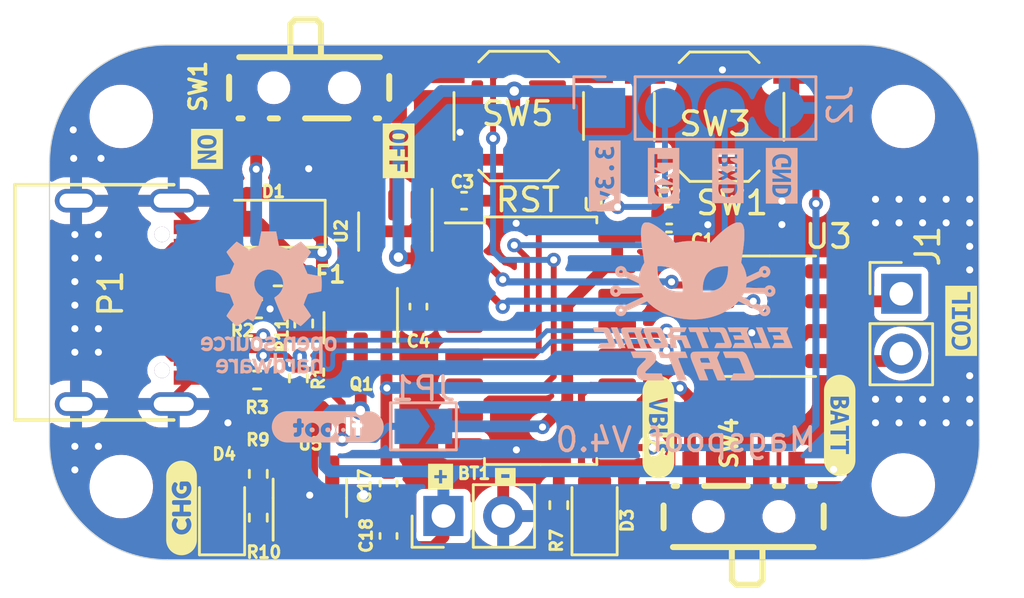
<source format=kicad_pcb>
(kicad_pcb (version 20221018) (generator pcbnew)
  (title_block (title "Magspoof V3") (date "2020-02-04") (rev "3.3v") (company "Electronic Cats") (comment 1 "Eduardo Contreras"))
  (layers (0 "F.Cu" signal) (31 "B.Cu" signal) (34 "B.Paste" user) (35 "F.Paste" user) (36 "B.SilkS" user "B.Silkscreen") (37 "F.SilkS" user "F.Silkscreen") (38 "B.Mask" user) (39 "F.Mask" user) (44 "Edge.Cuts" user))
  (net 0 "")
  (net 1 "+BATT")
  (net 2 "GND")
  (net 3 "+3V3")
  (net 4 "Net-(SW1-B)")
  (net 5 "VBUS")
  (net 6 "Net-(D1-K)")
  (net 7 "Net-(D3-K)")
  (net 8 "/LED")
  (net 9 "Net-(D4-A)")
  (net 10 "Net-(F1-Pad1)")
  (net 11 "/Out_A")
  (net 12 "/Out_B")
  (net 13 "Net-(JP1-A)")
  (net 14 "Net-(P1-CC)")
  (net 15 "/D-")
  (net 16 "/D+")
  (net 17 "Net-(P1-VCONN)")
  (net 18 "Net-(U5-PROG)")
  (net 19 "Net-(U5-STAT)")
  (net 20 "/RST")
  (net 21 "/SW1")
  (net 22 "Net-(SW4A-B)")
  (net 24 "/IN_B")
  (net 25 "/IN_A")
  (net 32 "/TXD")
  (net 33 "/RXD")
  (footprint "Diode_SMD:D_SOD-123F" (layer "F.Cu") (at 106.43 54.04 180)
    (fp_text reference "D1")
    (fp_text value "MBR120" hide)
  )
  (footprint "kibuzzard-64629FC5" (layer "F.Cu") (at 122.78 62.68 -90)
    (fp_text reference "kibuzzard-64629FC5" hide)
    (fp_text value "G***" hide)
  )
  (footprint "Connector_PinHeader_2.54mm:PinHeader_1x02_P2.54mm_Vertical" (layer "F.Cu") (at 133.096 57.015)
    (fp_text reference "J1")
    (fp_text value "Coil" hide)
  )
  (footprint "Package_SO:SOIC-8_3.9x4.9mm_P1.27mm" (layer "F.Cu") (at 127.508 57.97)
    (fp_text reference "U3")
    (fp_text value "TC4424")
  )
  (footprint "Resistor_SMD:R_0402_1005Metric" (layer "F.Cu") (at 107.72 58.28 -90)
    (fp_text reference "R11")
    (fp_text value "100K" hide)
  )
  (footprint "kibuzzard-6436EF98" (layer "F.Cu") (at 111.75 50.94 -90)
    (fp_text reference "kibuzzard-6436EF98" hide)
    (fp_text value "G***" hide)
  )
  (footprint "Connector_PinHeader_2.54mm:PinHeader_1x02_P2.54mm_Vertical" (layer "F.Cu") (at 113.65 66.46 90)
    (fp_text reference "BT1")
    (fp_text value "Battery_Cell" hide)
  )
  (footprint "Library:SW-SMD_SSSS811101" (layer "F.Cu") (at 126.4 66.0315)
    (fp_text reference "SW4")
    (fp_text value "SOURCE MAG" hide)
  )
  (footprint "LED_SMD:LED_0805_2012Metric_Pad1.15x1.40mm_HandSolder" (layer "F.Cu") (at 104.25 66.25 90)
    (fp_text reference "D4")
    (fp_text value "CHG" hide)
  )
  (footprint "Capacitor_SMD:C_0402_1005Metric" (layer "F.Cu") (at 114.53 53.06)
    (fp_text reference "C3")
    (fp_text value "10uF" hide)
  )
  (footprint "Button_Switch_SMD:SW_SPST_TL3342" (layer "F.Cu") (at 125.36 49.49)
    (fp_text reference "SW3")
    (fp_text value "S1")
  )
  (footprint "Package_SO:SOP-16_4.55x10.3mm_P1.27mm" (layer "F.Cu") (at 117.78 59.01)
    (fp_text reference "U1")
    (fp_text value "CH552G")
  )
  (footprint "Capacitor_SMD:C_0402_1005Metric" (layer "F.Cu") (at 111.32 67.31 90)
    (fp_text reference "C18")
    (fp_text value "10uF" hide)
  )
  (footprint "kibuzzard-6435F3C4" (layer "F.Cu") (at 135.636 58.166 90)
    (fp_text reference "kibuzzard-6435F3C4" hide)
    (fp_text value "G***" hide)
  )
  (footprint "Capacitor_SMD:C_0402_1005Metric" (layer "F.Cu") (at 112.59 57.56 -90)
    (fp_text reference "C4")
    (fp_text value "10uF" hide)
  )
  (footprint "Resistor_SMD:R_0402_1005Metric" (layer "F.Cu") (at 105.78 57.66 180)
    (fp_text reference "R2")
    (fp_text value "5.1k" hide)
  )
  (footprint "MountingHole:MountingHole_2.2mm_M2" (layer "F.Cu") (at 133.18 49.48)
    (fp_text reference "H2")
    (fp_text value "MountingHole")
  )
  (footprint "Button_Switch_SMD:SW_SPST_TL3342" (layer "F.Cu") (at 116.85 49.46)
    (fp_text reference "SW5")
    (fp_text value "RESET")
  )
  (footprint "Resistor_SMD:R_0402_1005Metric" (layer "F.Cu") (at 105.74 60.68 180)
    (fp_text reference "R3")
    (fp_text value "5.1k" hide)
  )
  (footprint "Resistor_SMD:R_0402_1005Metric" (layer "F.Cu") (at 118.55 66 90)
    (fp_text reference "R7")
    (fp_text value "180R" hide)
  )
  (footprint "kibuzzard-6436EF9F" (layer "F.Cu") (at 103.61 50.86 -90)
    (fp_text reference "kibuzzard-6436EF9F" hide)
    (fp_text value "G***" hide)
  )
  (footprint "kibuzzard-64665C6A" (layer "F.Cu") (at 102.53 66.12 90)
    (fp_text reference "kibuzzard-64665C6A" hide)
    (fp_text value "G***" hide)
  )
  (footprint "Package_TO_SOT_SMD:SOT-23-5" (layer "F.Cu") (at 107.98 65.69 90)
    (fp_text reference "U5")
    (fp_text value "MCP73831" hide)
  )
  (footprint "kibuzzard-64629FDC" (layer "F.Cu") (at 130.48 62.61 -90)
    (fp_text reference "kibuzzard-64629FDC" hide)
    (fp_text value "G***" hide)
  )
  (footprint "Resistor_SMD:R_0402_1005Metric" (layer "F.Cu") (at 105.79 64.67 90)
    (fp_text reference "R9")
    (fp_text value "5.1k" hide)
  )
  (footprint "kibuzzard-6436EA46" (layer "F.Cu") (at 116.28 64.76)
    (fp_text reference "kibuzzard-6436EA46" hide)
    (fp_text value "G***" hide)
  )
  (footprint "MountingHole:MountingHole_2.2mm_M2" (layer "F.Cu") (at 99.97 49.48)
    (fp_text reference "H1")
    (fp_text value "MountingHole")
  )
  (footprint "Capacitor_SMD:C_0402_1005Metric" (layer "F.Cu") (at 123.24 53.69)
    (fp_text reference "C2")
    (fp_text value "0.1uF")
  )
  (footprint "Package_TO_SOT_SMD:SOT-23-5" (layer "F.Cu") (at 111.61 54.3725 -90)
    (fp_text reference "U2")
    (fp_text value "AP2112K-3.3" hide)
  )
  (footprint "Connectors:C393939" (layer "F.Cu") (at 102.2 57.38 -90)
    (fp_text reference "P1")
    (fp_text value "USB_C_Plug_USB2.0" hide)
  )
  (footprint "Resistor_SMD:R_0402_1005Metric" (layer "F.Cu") (at 105.79 66.53 90)
    (fp_text reference "R10")
    (fp_text value "470" hide)
  )
  (footprint "Fuse:Fuse_0603_1608Metric" (layer "F.Cu") (at 106.62 56.17)
    (fp_text reference "F1")
    (fp_text value "0.5A")
  )
  (footprint "Capacitor_SMD:C_0402_1005Metric" (layer "F.Cu") (at 111.32 65.08 -90)
    (fp_text reference "C17")
    (fp_text value "10uF" hide)
  )
  (footprint "Capacitor_SMD:C_0402_1005Metric" (layer "F.Cu") (at 123.23 54.75)
    (fp_text reference "C1")
    (fp_text value "0.1uF" hide)
  )
  (footprint "Resistor_SMD:R_0402_1005Metric" (layer "F.Cu") (at 107.49 60.61 90)
    (fp_text reference "R1")
    (fp_text value "20K" hide)
  )
  (footprint "MountingHole:MountingHole_2.2mm_M2" (layer "F.Cu") (at 99.97 65.21)
    (fp_text reference "H3")
    (fp_text value "MountingHole")
  )
  (footprint "Library:SW-SMD_SSSS811101" (layer "F.Cu") (at 107.95 48.71 180)
    (fp_text reference "SW1")
    (fp_text value "ON" hide)
  )
  (footprint "kibuzzard-6436EA37" (layer "F.Cu") (at 113.53 64.79)
    (fp_text reference "kibuzzard-6436EA37" hide)
    (fp_text value "G***" hide)
  )
  (footprint "Package_TO_SOT_SMD:SOT-23" (layer "F.Cu") (at 110.14 58.46 -90)
    (fp_text reference "Q1")
    (fp_text value "DMG3415U-7" hide)
  )
  (footprint "LED_SMD:LED_0805_2012Metric_Pad1.15x1.40mm_HandSolder" (layer "F.Cu") (at 120.07 66.25 90)
    (fp_text reference "D3")
    (fp_text value "Status" hide)
  )
  (footprint "MountingHole:MountingHole_2.2mm_M2" (layer "F.Cu") (at 133.18 65.21)
    (fp_text reference "H4")
    (fp_text value "MountingHole")
  )
  (footprint "kibuzzard-6436E8D1" (layer "B.Cu") (at 123 52 -90)
    (fp_text reference "kibuzzard-6436E8D1" hide)
    (fp_text value "G***" hide)
  )
  (footprint "Aesthetics:electronic_cats_logo_8x6" (layer "B.Cu") (at 124.24 57.34 180)
    (fp_text reference "G***" hide)
    (fp_text value "LOGO" hide)
  )
  (footprint "kibuzzard-64665C9F" (layer "B.Cu") (at 108.74 62.67 180)
    (fp_text reference "kibuzzard-64665C9F" hide)
    (fp_text value "G***" hide)
  )
  (footprint "Connector_PinHeader_2.54mm:PinHeader_1x04_P2.54mm_Vertical" (layer "B.Cu") (at 120.52 49.12 -90)
    (fp_text reference "J2")
    (fp_text value "SWD")
  )
  (footprint "kibuzzard-6435F22E" (layer "B.Cu") (at 120.5 52 -90)
    (fp_text reference "kibuzzard-6435F22E" hide)
    (fp_text value "G***" hide)
  )
  (footprint "Symbol:OSHW-Logo_5.7x6mm_SilkScreen" (layer "B.Cu") (at 106.24 57.38 180)
    (fp_text reference "REF**" hide)
    (fp_text value "OSHW-Logo_5.7x6mm_SilkScreen" hide)
  )
  (footprint "Jumper:SolderJumper-2_P1.3mm_Open_TrianglePad1.0x1.5mm" (layer "B.Cu") (at 112.8 62.65)
    (fp_text reference "JP1")
    (fp_text value "boot" hide)
  )
  (footprint "kibuzzard-6436E8D8" (layer "B.Cu") (at 125.73 52 -90)
    (fp_text reference "kibuzzard-6436E8D8" hide)
    (fp_text value "G***" hide)
  )
  (footprint "kibuzzard-6435F1C7" (layer "B.Cu") (at 128.016 52 -90)
    (fp_text reference "kibuzzard-6435F1C7" hide)
    (fp_text value "G***" hide)
  )
  (gr_arc (start 131.3925 46.44) (mid 134.928034 47.904466) (end 136.3925 51.44) (stroke (width 0.05)) (layer "Edge.Cuts"))
  (gr_line (start 96.9225 51.44) (end 96.9225 63.32) (stroke (width 0.05)) (layer "Edge.Cuts"))
  (gr_line (start 101.9225 68.32) (end 131.412981 68.32) (stroke (width 0.05)) (layer "Edge.Cuts"))
  (gr_line (start 131.3925 46.44) (end 101.9225 46.44) (stroke (width 0.05)) (layer "Edge.Cuts"))
  (gr_line (start 136.412981 63.32) (end 136.3925 51.44) (stroke (width 0.05)) (layer "Edge.Cuts"))
  (gr_arc (start 96.9225 51.44) (mid 98.386966 47.904466) (end 101.9225 46.44) (stroke (width 0.05)) (layer "Edge.Cuts"))
  (gr_arc (start 136.412981 63.32) (mid 134.948514 66.855527) (end 131.412981 68.32) (stroke (width 0.05)) (layer "Edge.Cuts"))
  (gr_arc (start 101.9225 68.32) (mid 98.386966 66.855534) (end 96.9225 63.32) (stroke (width 0.05)) (layer "Edge.Cuts"))
  (gr_text "Magspoof V4.0" (at 123.94 63.22) (layer "B.SilkS") (effects (font (size 1 1)) (justify mirror)))
  (gr_text "SW1" (at 124.29 53.74) (layer "F.SilkS") (effects (font (size 1 1)) (justify left bottom)))
  (gr_text "RST" (at 115.78 53.61) (layer "F.SilkS") (effects (font (size 1 1)) (justify left bottom)))
  (segment (start 110.14 59.3975) (end 110.14 61.96) (width 0.5) (layer "F.Cu") (net 1))
  (segment (start 109.04 67.12) (end 109.7 67.78) (width 0.5) (layer "F.Cu") (net 1))
  (segment (start 110.14 61.96) (end 110.125 61.975) (width 0.5) (layer "F.Cu") (net 1))
  (segment (start 128.65 64.4815) (end 128.65 64.186) (width 0.5) (layer "F.Cu") (net 1))
  (segment (start 109.7 67.78) (end 113.22 67.78) (width 0.5) (layer "F.Cu") (net 1))
  (segment (start 128.650498 64.481998) (end 128.65 64.4815) (width 0.5) (layer "F.Cu") (net 1))
  (segment (start 109.04 66.9375) (end 109.04 67.12) (width 0.5) (layer "F.Cu") (net 1))
  (segment (start 113.65 67.35) (end 113.65 66.46) (width 0.5) (layer "F.Cu") (net 1))
  (segment (start 130.22 64.481998) (end 128.650498 64.481998) (width 0.5) (layer "F.Cu") (net 1))
  (segment (start 108.93 66.8275) (end 109.04 66.9375) (width 0.5) (layer "F.Cu") (net 1))
  (segment (start 113.22 67.78) (end 113.65 67.35) (width 0.5) (layer "F.Cu") (net 1))
  (segment (start 128.65 64.186) (end 128.738 64.098) (width 0.5) (layer "F.Cu") (net 1))
  (via (at 130.22 64.481998) (size 0.6) (drill 0.3) (layers "F.Cu" "B.Cu") (net 1))
  (via (at 110.125 61.975) (size 0.8) (drill 0.4) (layers "F.Cu" "B.Cu") (net 1))
  (segment (start 108.835 64.56) (end 108.6 64.325) (width 0.5) (layer "B.Cu") (net 1))
  (segment (start 112.925 64.56) (end 108.835 64.56) (width 0.5) (layer "B.Cu") (net 1))
  (segment (start 108.925 61.975) (end 108.6 62.3) (width 0.5) (layer "B.Cu") (net 1))
  (segment (start 110.125 61.975) (end 109.3 61.975) (width 0.5) (layer "B.Cu") (net 1))
  (segment (start 109.3 61.975) (end 109.275 62) (width 0.5) (layer "B.Cu") (net 1))
  (segment (start 110.125 61.975) (end 108.925 61.975) (width 0.5) (layer "B.Cu") (net 1))
  (segment (start 109.275 62) (end 109.775 62) (width 0.5) (layer "B.Cu") (net 1))
  (segment (start 113.65 66.46) (end 113.65 65.46) (width 0.5) (layer "B.Cu") (net 1))
  (segment (start 130.22 64.56) (end 130.36 64.42) (width 0.5) (layer "B.Cu") (net 1))
  (segment (start 112.925 64.56) (end 113.06 64.56) (width 0.5) (layer "B.Cu") (net 1))
  (segment (start 114.5 64.56) (end 130.22 64.56) (width 0.5) (layer "B.Cu") (net 1))
  (segment (start 108.6 64.325) (end 108.6 62.3) (width 0.5) (layer "B.Cu") (net 1))
  (segment (start 114.5 64.56) (end 112.925 64.56) (width 0.5) (layer "B.Cu") (net 1))
  (segment (start 113.06 64.56) (end 113.65 65.15) (width 0.5) (layer "B.Cu") (net 1))
  (segment (start 113.65 65.15) (end 114.24 64.56) (width 0.5) (layer "B.Cu") (net 1))
  (segment (start 114.24 64.56) (end 114.5 64.56) (width 0.5) (layer "B.Cu") (net 1))
  (segment (start 108.6 62.3) (end 108.825 62.075) (width 0.5) (layer "B.Cu") (net 1))
  (segment (start 108.825 62.075) (end 108.9 62) (width 0.5) (layer "B.Cu") (net 1))
  (segment (start 113.65 65.15) (end 113.65 65.46) (width 0.5) (layer "B.Cu") (net 1))
  (segment (start 108.9 62) (end 109.275 62) (width 0.5) (layer "B.Cu") (net 1))
  (segment (start 130.22 64.56) (end 130.22 64.481998) (width 0.5) (layer "B.Cu") (net 1))
  (segment (start 102.2 53.355) (end 103.025 54.18) (width 0.3) (layer "F.Cu") (net 2))
  (segment (start 123.71 54.75) (end 123.71 54.78) (width 0.25) (layer "F.Cu") (net 2))
  (segment (start 102.2 53.06) (end 102.2 53.355) (width 0.3) (layer "F.Cu") (net 2))
  (segment (start 116.91 63.65) (end 116.75 63.65) (width 0.25) (layer "F.Cu") (net 2))
  (segment (start 106.29 57.66) (end 106.289999 57.659999) (width 0.3) (layer "F.Cu") (net 2))
  (segment (start 102.2 61.7) (end 102.2 61.405) (width 0.3) (layer "F.Cu") (net 2))
  (segment (start 121.03 57.105) (end 120.545813 57.105) (width 0.25) (layer "F.Cu") (net 2))
  (segment (start 107.975 65.575) (end 110.245 65.575) (width 0.25) (layer "F.Cu") (net 2))
  (segment (start 102.2 61.405) (end 103.025 60.58) (width 0.3) (layer "F.Cu") (net 2))
  (segment (start 107.98 65.58) (end 107.975 65.575) (width 0.25) (layer "F.Cu") (net 2))
  (segment (start 111.61 53.235) (end 111.61 51.75) (width 0.25) (layer "F.Cu") (net 2))
  (segment (start 104.25 67.275) (end 104.175 67.275) (width 0.25) (layer "F.Cu") (net 2))
  (segment (start 104.175 67.275) (end 104.125 67.225) (width 0.25) (layer "F.Cu") (net 2))
  (segment (start 111.61 51.75) (end 111.98 51.38) (width 0.25) (layer "F.Cu") (net 2))
  (segment (start 107.275 68.05) (end 107.3 68.075) (width 0.25) (layer "F.Cu") (net 2))
  (segment (start 111.32 65.56) (end 110.26 65.56) (width 0.3) (layer "F.Cu") (net 2))
  (segment (start 107.3 68.075) (end 107.65 68.075) (width 0.25) (layer "F.Cu") (net 2))
  (segment (start 107.98 67.745) (end 107.98 66.8275) (width 0.25) (layer "F.Cu") (net 2))
  (segment (start 106.289999 57.979999) (end 106.289999 57.659999) (width 0.3) (layer "F.Cu") (net 2))
  (segment (start 107.98 66.8275) (end 107.98 65.58) (width 0.25) (layer "F.Cu") (net 2))
  (segment (start 110.245 65.575) (end 110.26 65.56) (width 0.25) (layer "F.Cu") (net 2))
  (segment (start 107.1 58.79) (end 106.289999 57.979999) (width 0.3) (layer "F.Cu") (net 2))
  (segment (start 104.25 67.95) (end 104.35 68.05) (width 0.25) (layer "F.Cu") (net 2))
  (segment (start 104.35 68.05) (end 107.275 68.05) (width 0.25) (layer "F.Cu") (net 2))
  (segment (start 104.25 67.275) (end 104.25 67.95) (width 0.25) (layer "F.Cu") (net 2))
  (segment (start 107.65 68.075) (end 107.98 67.745) (width 0.25) (layer "F.Cu") (net 2))
  (segment (start 107.72 58.79) (end 107.1 58.79) (width 0.3) (layer "F.Cu") (net 2))
  (via (at 98 64.5) (size 0.6) (drill 0.3) (layers "F.Cu" "B.Cu") (net 2))
  (via (at 106.289999 57.659999) (size 0.6) (drill 0.3) (layers "F.Cu" "B.Cu") (net 2))
  (via (at 134 62.5) (size 0.6) (drill 0.3) (layers "F.Cu" "B.Cu") (net 2))
  (via (at 98 54.5) (size 0.6) (drill 0.3) (layers "F.Cu" "B.Cu") (net 2))
  (via (at 136 60.5) (size 0.6) (drill 0.3) (layers "F.Cu" "B.Cu") (net 2))
  (via (at 136 55) (size 0.6) (drill 0.3) (layers "F.Cu" "B.Cu") (net 2))
  (via (at 128.025 54.075) (size 0.6) (drill 0.3) (layers "F.Cu" "B.Cu") (net 2))
  (via (at 107.975 65.575) (size 0.6) (drill 0.3) (layers "F.Cu" "B.Cu") (net 2))
  (via (at 116.74 54.02) (size 0.6) (drill 0.3) (layers "F.Cu" "B.Cu") (net 2))
  (via (at 107.93 51.7) (size 0.6) (drill 0.3) (layers "F.Cu" "B.Cu") (net 2))
  (via (at 126.746 58.674) (size 0.6) (drill 0.3) (layers "F.Cu" "B.Cu") (net 2))
  (via (at 136 56) (size 0.6) (drill 0.3) (layers "F.Cu" "B.Cu") (net 2))
  (via (at 97.93 50.05) (size 0.6) (drill 0.3) (layers "F.Cu" "B.Cu") (net 2))
  (via (at 135 62.5) (size 0.6) (drill 0.3) (layers "F.Cu" "B.Cu") (net 2))
  (via (at 99 55.5) (size 0.6) (drill 0.3) (layers "F.Cu" "B.Cu") (net 2))
  (via (at 132 62.5) (size 0.6) (drill 0.3) (layers "F.Cu" "B.Cu") (net 2))
  (via (at 110.26 65.56) (size 0.8) (drill 0.4) (layers "F.Cu" "B.Cu") (net 2))
  (via (at 132 61.5) (size 0.6) (drill 0.3) (layers "F.Cu" "B.Cu") (net 2))
  (via (at 99 63.5) (size 0.6) (drill 0.3) (layers "F.Cu" "B.Cu") (net 2))
  (via (at 98 55.5) (size 0.6) (drill 0.3) (layers "F.Cu" "B.Cu") (net 2))
  (via (at 124.88 54.08) (size 0.6) (drill 0.3) (layers "F.Cu" "B.Cu") (net 2))
  (via (at 104.5 62.5) (size 0.6) (drill 0.3) (layers "F.Cu" "B.Cu") (net 2))
  (via (at 134 61.5) (size 0.6) (drill 0.3) (layers "F.Cu" "B.Cu") (net 2))
  (via (at 136 54) (size 0.6) (drill 0.3) (layers "F.Cu" "B.Cu") (net 2))
  (via (at 98 57.5) (size 0.6) (drill 0.3) (layers "F.Cu" "B.Cu") (net 2))
  (via (at 128.025 53.075) (size 0.6) (drill 0.3) (layers "F.Cu" "B.Cu") (net 2))
  (via (at 134 54) (size 0.6) (drill 0.3) (layers "F.Cu" "B.Cu") (net 2))
  (via (at 136 62.5) (size 0.6) (drill 0.3) (layers "F.Cu" "B.Cu") (net 2))
  (via (at 133 53) (size 0.6) (drill 0.3) (layers "F.Cu" "B.Cu") (net 2))
  (via (at 98 58.5) (size 0.6) (drill 0.3) (layers "F.Cu" "B.Cu") (net 2))
  (via (at 98 59.5) (size 0.6) (drill 0.3) (layers "F.Cu" "B.Cu") (net 2))
  (via (at 99.11 51.26) (size 0.6) (drill 0.3) (layers "F.Cu" "B.Cu") (net 2))
  (via (at 135 61.5) (size 0.6) (drill 0.3) (layers "F.Cu" "B.Cu") (net 2))
  (via (at 133 61.5) (size 0.6) (drill 0.3) (layers "F.Cu" "B.Cu") (net 2))
  (via (at 136 61.5) (size 0.6) (drill 0.3) (layers "F.Cu" "B.Cu") (net 2))
  (via (at 99 59.5) (size 0.6) (drill 0.3) (layers "F.Cu" "B.Cu") (net 2))
  (via (at 132 54) (size 0.6) (drill 0.3) (layers "F.Cu" "B.Cu") (net 2))
  (via (at 133 54) (size 0.6) (drill 0.3) (layers "F.Cu" "B.Cu") (net 2))
  (via (at 98 56.5) (size 0.6) (drill 0.3) (layers "F.Cu" "B.Cu") (net 2))
  (via (at 99 58.5) (size 0.6) (drill 0.3) (layers "F.Cu" "B.Cu") (net 2))
  (via (at 114.36 50.15) (size 0.6) (drill 0.3) (layers "F.Cu" "B.Cu") (net 2))
  (via (at 133 62.5) (size 0.6) (drill 0.3) (layers "F.Cu" "B.Cu") (net 2))
  (via (at 136 53) (size 0.6) (drill 0.3) (layers "F.Cu" "B.Cu") (net 2))
  (via (at 116.75 63.65) (size 0.6) (drill 0.3) (layers "F.Cu" "B.Cu") (net 2))
  (via (at 99 54.5) (size 0.6) (drill 0.3) (layers "F.Cu" "B.Cu") (net 2))
  (via (at 125.5 47.5) (size 0.6) (drill 0.3) (layers "F.Cu" "B.Cu") (net 2))
  (via (at 135 53) (size 0.6) (drill 0.3) (layers "F.Cu" "B.Cu") (net 2))
  (via (at 97.95 51.26) (size 0.6) (drill 0.3) (layers "F.Cu" "B.Cu") (net 2))
  (via (at 135 54) (size 0.6) (drill 0.3) (layers "F.Cu" "B.Cu") (net 2))
  (via (at 98 63.5) (size 0.6) (drill 0.3) (layers "F.Cu" "B.Cu") (net 2))
  (via (at 134 53) (size 0.6) (drill 0.3) (layers "F.Cu" "B.Cu") (net 2))
  (via (at 132 53) (size 0.6) (drill 0.3) (layers "F.Cu" "B.Cu") (net 2))
  (segment (start 116.2 51.32) (end 116.34 51.32) (width 0.5) (layer "F.Cu") (net 3))
  (segment (start 113.74 51.32) (end 116.2 51.32) (width 0.5) (layer "F.Cu") (net 3))
  (segment (start 121.03 55.835) (end 121.03 54.565) (width 0.5) (layer "F.Cu") (net 3))
  (segment (start 122.31 52.35) (end 122.76 52.8) (width 0.5) (layer "F.Cu") (net 3))
  (segment (start 118.909501 61.630499) (end 117.86 62.68) (width 0.5) (layer "F.Cu") (net 3))
  (segment (start 117.17 51.32) (end 119.73 51.32) (width 0.5) (layer "F.Cu") (net 3))
  (segment (start 116.74 50.92) (end 116.66 50.84) (width 0.5) (layer "F.Cu") (net 3))
  (segment (start 113.7 51.36) (end 113.74 51.32) (width 0.5) (layer "F.Cu") (net 3))
  (segment (start 121.03 54.565) (end 122.565 54.565) (width 0.5) (layer "F.Cu") (net 3))
  (segment (start 112.56 55.51) (end 111.79 55.51) (width 0.5) (layer "F.Cu") (net 3))
  (segment (start 112.56 55.51) (end 112.56 57.05) (width 0.5) (layer "F.Cu") (net 3))
  (segment (start 116.2 51.32) (end 117.17 51.32) (width 0.5) (layer "F.Cu") (net 3))
  (segment (start 116.34 51.32) (end 116.74 50.92) (width 0.5) (layer "F.Cu") (net 3))
  (segment (start 120.577467 55.835) (end 118.909501 57.502966) (width 0.5) (layer "F.Cu") (net 3))
  (segment (start 122.76 53.69) (end 122.76 54.74) (width 0.5) (layer "F.Cu") (net 3))
  (segment (start 121.03 55.835) (end 120.577467 55.835) (width 0.5) (layer "F.Cu") (net 3))
  (segment (start 111.79 55.51) (end 111.74 55.46) (width 0.5) (layer "F.Cu") (net 3))
  (segment (start 116.74 50.92) (end 117.14 51.32) (width 0.5) (layer "F.Cu") (net 3))
  (segment (start 122.565 54.565) (end 122.75 54.75) (width 0.5) (layer "F.Cu") (net 3))
  (segment (start 122.76 52.8) (end 122.76 53.69) (width 0.5) (layer "F.Cu") (net 3))
  (segment (start 116.66 50.84) (end 116.66 48.4) (width 0.5) (layer "F.Cu") (net 3))
  (segment (start 120.76 52.35) (end 122.31 52.35) (width 0.5) (layer "F.Cu") (net 3))
  (segment (start 117.14 51.32) (end 117.17 51.32) (width 0.5) (layer "F.Cu") (net 3))
  (segment (start 112.56 57.05) (end 112.59 57.08) (width 0.5) (layer "F.Cu") (net 3))
  (segment (start 119.73 51.32) (end 120.76 52.35) (width 0.5) (layer "F.Cu") (net 3))
  (segment (start 122.76 54.74) (end 122.75 54.75) (width 0.5) (layer "F.Cu") (net 3))
  (segment (start 116.74 51.32) (end 116.74 50.92) (width 0.5) (layer "F.Cu") (net 3))
  (segment (start 118.909501 57.502966) (end 118.909501 61.630499) (width 0.5) (layer "F.Cu") (net 3))
  (via (at 117.86 62.68) (size 0.6) (drill 0.3) (layers "F.Cu" "B.Cu") (net 3))
  (via (at 116.66 48.4) (size 0.8) (drill 0.4) (layers "F.Cu" "B.Cu") (net 3))
  (via (at 111.74 55.46) (size 0.8) (drill 0.4) (layers "F.Cu" "B.Cu") (net 3))
  (segment (start 117.83 62.65) (end 117.86 62.68) (width 0.5) (layer "B.Cu") (net 3))
  (segment (start 113.56 48.4) (end 116.66 48.4) (width 0.5) (layer "B.Cu") (net 3))
  (segment (start 119.8 48.4) (end 116.66 48.4) (width 0.5) (layer "B.Cu") (net 3))
  (segment (start 111.74 50.22) (end 113.56 48.4) (width 0.5) (layer "B.Cu") (net 3))
  (segment (start 111.74 55.46) (end 111.74 50.22) (width 0.5) (layer "B.Cu") (net 3))
  (segment (start 120.52 49.12) (end 119.8 48.4) (width 0.5) (layer "B.Cu") (net 3))
  (segment (start 113.525 62.65) (end 117.83 62.65) (width 0.5) (layer "B.Cu") (net 3))
  (segment (start 108.33 50.26) (end 110.66 52.59) (width 0.5) (layer "F.Cu") (net 4))
  (segment (start 111.021028 54.36) (end 112.3 54.36) (width 0.5) (layer "F.Cu") (net 4))
  (segment (start 107.2 50.26) (end 108.33 50.26) (width 0.5) (layer "F.Cu") (net 4))
  (segment (start 112.56 53.235) (end 112.735 53.06) (width 0.5) (layer "F.Cu") (net 4))
  (segment (start 112.3 54.36) (end 112.56 54.1) (width 0.5) (layer "F.Cu") (net 4))
  (segment (start 112.735 53.06) (end 113.75 53.06) (width 0.5) (layer "F.Cu") (net 4))
  (segment (start 112.56 54.1) (end 112.56 53.235) (width 0.5) (layer "F.Cu") (net 4))
  (segment (start 110.66 52.59) (end 110.66 53.235) (width 0.5) (layer "F.Cu") (net 4))
  (segment (start 110.66 53.998972) (end 111.021028 54.36) (width 0.5) (layer "F.Cu") (net 4))
  (segment (start 113.75 53.06) (end 113.76 53.07) (width 0.5) (layer "F.Cu") (net 4))
  (segment (start 110.66 53.235) (end 110.66 53.998972) (width 0.5) (layer "F.Cu") (net 4))
  (segment (start 124.15 64.4815) (end 124.12 64.4515) (width 0.5) (layer "F.Cu") (net 5))
  (segment (start 105.03 54.04) (end 105.86 54.04) (width 0.5) (layer "F.Cu") (net 5))
  (segment (start 105.03 52.99) (end 105.03 54.04) (width 0.5) (layer "F.Cu") (net 5))
  (segment (start 107.41 57.46) (end 107.72 57.77) (width 0.5) (layer "F.Cu") (net 5))
  (segment (start 105.29 52.73) (end 105.03 52.99) (width 0.5) (layer "F.Cu") (net 5))
  (segment (start 124.12 61.442) (end 123.698 61.02) (width 0.5) (layer "F.Cu") (net 5))
  (segment (start 105.86 54.04) (end 107.41 55.59) (width 0.5) (layer "F.Cu") (net 5))
  (segment (start 111.32 64.6) (end 111.2725 64.5525) (width 0.5) (layer "F.Cu") (net 5))
  (segment (start 111.2725 64.5525) (end 108.93 64.5525) (width 0.5) (layer "F.Cu") (net 5))
  (segment (start 124.12 64.4515) (end 124.12 61.442) (width 0.5) (layer "F.Cu") (net 5))
  (segment (start 111.09 57.5225) (end 111.23 57.6625) (width 0.5) (layer "F.Cu") (net 5))
  (segment (start 108.420756 52.73) (end 105.29 52.73) (width 0.5) (layer "F.Cu") (net 5))
  (segment (start 109.4 53.709244) (end 108.420756 52.73) (width 0.5) (layer "F.Cu") (net 5))
  (segment (start 111.23 59.7) (end 111.23 61) (width 0.5) (layer "F.Cu") (net 5))
  (segment (start 111.23 61) (end 111.25 61.02) (width 0.5) (layer "F.Cu") (net 5))
  (segment (start 111.23 59.7) (end 111.23 64.51) (width 0.5) (layer "F.Cu") (net 5))
  (segment (start 111.23 64.51) (end 111.32 64.6) (width 0.5) (layer "F.Cu") (net 5))
  (segment (start 111.09 57.5225) (end 109.4 55.8325) (width 0.5) (layer "F.Cu") (net 5))
  (segment (start 107.41 55.59) (end 107.41 57.46) (width 0.5) (layer "F.Cu") (net 5))
  (segment (start 109.4 55.8325) (end 109.4 53.709244) (width 0.5) (layer "F.Cu") (net 5))
  (segment (start 111.23 57.6625) (end 111.23 59.7) (width 0.5) (layer "F.Cu") (net 5))
  (via (at 111.25 61.02) (size 0.6) (drill 0.3) (layers "F.Cu" "B.Cu") (net 5))
  (via (at 123.698 61.02) (size 0.6) (drill 0.3) (layers "F.Cu" "B.Cu") (net 5))
  (segment (start 111.25 61.02) (end 123.698 61.02) (width 0.5) (layer "B.Cu") (net 5))
  (segment (start 108.495 56.375) (end 108.495 54.705) (width 0.5) (layer "F.Cu") (net 6))
  (segment (start 108.495 55.252419) (end 108.502294 55.245125) (width 0.5) (layer "F.Cu") (net 6))
  (segment (start 108.495 54.705) (end 107.83 54.04) (width 0.5) (layer "F.Cu") (net 6))
  (segment (start 108.495 56.375) (end 108.495 55.252419) (width 0.5) (layer "F.Cu") (net 6))
  (segment (start 105.7 50.26) (end 105.700001 51.72) (width 0.5) (layer "F.Cu") (net 6))
  (segment (start 109.19 57.5225) (end 108.495 56.8275) (width 0.5) (layer "F.Cu") (net 6))
  (segment (start 108.495 56.8275) (end 108.495 56.375) (width 0.5) (layer "F.Cu") (net 6))
  (via (at 108.502294 55.245125) (size 0.8) (drill 0.4) (layers "F.Cu" "B.Cu") (net 6))
  (via (at 105.700001 51.72) (size 0.6) (drill 0.3) (layers "F.Cu" "B.Cu") (net 6))
  (segment (start 108.502294 55.245125) (end 106.165125 55.245125) (width 0.5) (layer "B.Cu") (net 6))
  (segment (start 105.700001 54.780001) (end 105.700001 51.72) (width 0.5) (layer "B.Cu") (net 6))
  (segment (start 106.165125 55.245125) (end 105.700001 54.780001) (width 0.5) (layer "B.Cu") (net 6))
  (segment (start 118.55 67) (end 118.55 66.51) (width 0.25) (layer "F.Cu") (net 7))
  (segment (start 120.07 67.275) (end 118.825 67.275) (width 0.25) (layer "F.Cu") (net 7))
  (segment (start 118.825 67.275) (end 118.55 67) (width 0.25) (layer "F.Cu") (net 7))
  (segment (start 119.515 61.31) (end 119.91 60.915) (width 0.3) (layer "F.Cu") (net 8))
  (segment (start 120.07 65.225) (end 120.07 64.89) (width 0.3) (layer "F.Cu") (net 8))
  (segment (start 119.515 64.335) (end 119.515 61.31) (width 0.3) (layer "F.Cu") (net 8))
  (segment (start 120.07 64.89) (end 119.515 64.335) (width 0.3) (layer "F.Cu") (net 8))
  (segment (start 119.91 60.915) (end 121.03 60.915) (width 0.3) (layer "F.Cu") (net 8))
  (segment (start 104.25 65.725) (end 104.25 65.225) (width 0.25) (layer "F.Cu") (net 9))
  (segment (start 105.79 66.02) (end 104.545 66.02) (width 0.25) (layer "F.Cu") (net 9))
  (segment (start 104.545 66.02) (end 104.25 65.725) (width 0.25) (layer "F.Cu") (net 9))
  (segment (start 104.09 55.04) (end 104.7025 55.04) (width 0.5) (layer "F.Cu") (net 10))
  (segment (start 104.7025 55.04) (end 105.832501 56.170001) (width 0.5) (layer "F.Cu") (net 10))
  (segment (start 101.25 59.425) (end 100.9 59.075) (width 0.25) (layer "F.Cu") (net 10))
  (segment (start 101.3 59.425) (end 101.25 59.425) (width 0.25) (layer "F.Cu") (net 10))
  (segment (start 101.77462 59.42538) (end 101.77424 59.425) (width 0.25) (layer "F.Cu") (net 10))
  (segment (start 101.1 55.275) (end 101.869595 55.275) (width 0.3) (layer "F.Cu") (net 10))
  (segment (start 104.03 54.98) (end 104.09 55.04) (width 0.5) (layer "F.Cu") (net 10))
  (segment (start 100.9 59.075) (end 100.9 55.475) (width 0.25) (layer "F.Cu") (net 10))
  (segment (start 102.164595 54.98) (end 103.025 54.98) (width 0.3) (layer "F.Cu") (net 10))
  (segment (start 101.77462 59.42538) (end 102.129239 59.78) (width 0.25) (layer "F.Cu") (net 10))
  (segment (start 103.025 54.98) (end 104.03 54.98) (width 0.5) (layer "F.Cu") (net 10))
  (segment (start 102.129239 59.78) (end 103.025 59.78) (width 0.25) (layer "F.Cu") (net 10))
  (segment (start 100.9 55.475) (end 101.1 55.275) (width 0.25) (layer "F.Cu") (net 10))
  (segment (start 101.869595 55.275) (end 102.164595 54.98) (width 0.3) (layer "F.Cu") (net 10))
  (segment (start 101.77424 59.425) (end 101.3 59.425) (width 0.25) (layer "F.Cu") (net 10))
  (segment (start 105.8325 56.17) (end 105.832501 56.170001) (width 0.25) (layer "F.Cu") (net 10))
  (segment (start 129.983 57.335) (end 132.776 57.335) (width 0.5) (layer "F.Cu") (net 11))
  (segment (start 132.776 57.335) (end 133.096 57.015) (width 0.5) (layer "F.Cu") (net 11))
  (segment (start 130.279402 59.875) (end 132.776 59.875) (width 0.5) (layer "F.Cu") (net 12))
  (segment (start 132.776 59.875) (end 133.096 59.555) (width 0.5) (layer "F.Cu") (net 12))
  (segment (start 107.49 61.12) (end 108.8 61.12) (width 0.3) (layer "F.Cu") (net 13))
  (segment (start 109.3495 61.6695) (end 109.3495 63.2) (width 0.3) (layer "F.Cu") (net 13))
  (segment (start 108.8 61.12) (end 109.3495 61.6695) (width 0.3) (layer "F.Cu") (net 13))
  (via (at 109.3495 63.2) (size 0.6) (drill 0.3) (layers "F.Cu" "B.Cu") (net 13))
  (segment (start 109.3495 63.2) (end 110.75 63.2) (width 0.3) (layer "B.Cu") (net 13))
  (segment (start 110.75 63.2) (end 111.3 62.65) (width 0.3) (layer "B.Cu") (net 13))
  (segment (start 111.3 62.65) (end 112.075 62.65) (width 0.3) (layer "B.Cu") (net 13))
  (segment (start 105.25 57.66) (end 105.27 57.66) (width 0.25) (layer "F.Cu") (net 14))
  (segment (start 104.64 56.13) (end 104.82 56.31) (width 0.25) (layer "F.Cu") (net 14))
  (segment (start 103.025 56.13) (end 104.64 56.13) (width 0.25) (layer "F.Cu") (net 14))
  (segment (start 104.82 56.31) (end 104.82 57.23) (width 0.25) (layer "F.Cu") (net 14))
  (segment (start 104.82 57.23) (end 105.25 57.66) (width 0.25) (layer "F.Cu") (net 14))
  (segment (start 104.7 57.83) (end 104.7 58.46) (width 0.2) (layer "F.Cu") (net 15))
  (segment (start 121.439999 58.784999) (end 122.925001 58.784999) (width 0.2) (layer "F.Cu") (net 15))
  (segment (start 103.725 57.655) (end 104.525 57.655) (width 0.2) (layer "F.Cu") (net 15))
  (segment (start 104.2 56.63) (end 104.38 56.81) (width 0.2) (layer "F.Cu") (net 15))
  (segment (start 104.7 58.46) (end 105.029165 58.789165) (width 0.2) (layer "F.Cu") (net 15))
  (segment (start 104.26 57.63) (end 103.025 57.63) (width 0.2) (layer "F.Cu") (net 15))
  (segment (start 104.38 57.51) (end 104.26 57.63) (width 0.2) (layer "F.Cu") (net 15))
  (segment (start 104.525 57.655) (end 104.7 57.83) (width 0.2) (layer "F.Cu") (net 15))
  (segment (start 121.03 58.375) (end 121.439999 58.784999) (width 0.2) (layer "F.Cu") (net 15))
  (segment (start 105.029165 58.789165) (end 105.999121 58.789165) (width 0.2) (layer "F.Cu") (net 15))
  (segment (start 104.525 57.655) (end 104.38 57.51) (width 0.2) (layer "F.Cu") (net 15))
  (segment (start 103.025 57.63) (end 103.7 57.63) (width 0.2) (layer "F.Cu") (net 15))
  (segment (start 103.025 56.63) (end 104.2 56.63) (width 0.2) (layer "F.Cu") (net 15))
  (segment (start 104.38 56.81) (end 104.38 57.51) (width 0.2) (layer "F.Cu") (net 15))
  (segment (start 103.7 57.63) (end 103.725 57.655) (width 0.2) (layer "F.Cu") (net 15))
  (segment (start 122.925001 58.784999) (end 123.125 58.585) (width 0.2) (layer "F.Cu") (net 15))
  (via (at 105.999121 58.789165) (size 0.6) (drill 0.3) (layers "F.Cu" "B.Cu") (net 15))
  (via (at 123.125 58.585) (size 0.6) (drill 0.3) (layers "F.Cu" "B.Cu") (net 15))
  (segment (start 123.125 58.585) (end 118.0468 58.585) (width 0.2) (layer "B.Cu") (net 15))
  (segment (start 106.199121 58.989165) (end 105.999121 58.789165) (width 0.2) (layer "B.Cu") (net 15))
  (segment (start 117.642635 58.989165) (end 106.199121 58.989165) (width 0.2) (layer "B.Cu") (net 15))
  (segment (start 118.0468 58.585) (end 117.642635 58.989165) (width 0.2) (layer "B.Cu") (net 15))
  (segment (start 101.74 57.34) (end 101.74 58) (width 0.2) (layer "F.Cu") (net 16))
  (segment (start 101.74 58) (end 101.87 58.13) (width 0.2) (layer "F.Cu") (net 16))
  (segment (start 101.95 57.13) (end 101.74 57.34) (width 0.2) (layer "F.Cu") (net 16))
  (segment (start 103.025 57.13) (end 101.95 57.13) (width 0.2) (layer "F.Cu") (net 16))
  (segment (start 105.114186 59.439166) (end 105.799122 59.439166) (width 0.2) (layer "F.Cu") (net 16))
  (segment (start 107.029165 59.639165) (end 107.49 60.1) (width 0.2) (layer "F.Cu") (net 16))
  (segment (start 104.05 58.13) (end 104.300499 58.380499) (width 0.2) (layer "F.Cu") (net 16))
  (segment (start 105.799122 59.439166) (end 105.999121 59.639165) (width 0.2) (layer "F.Cu") (net 16))
  (segment (start 101.87 58.13) (end 103.025 58.13) (width 0.2) (layer "F.Cu") (net 16))
  (segment (start 105.999121 59.639165) (end 107.029165 59.639165) (width 0.2) (layer "F.Cu") (net 16))
  (segment (start 104.300499 58.380499) (end 104.300499 58.625479) (width 0.2) (layer "F.Cu") (net 16))
  (segment (start 104.300499 58.625479) (end 105.114186 59.439166) (width 0.2) (layer "F.Cu") (net 16))
  (segment (start 121.03 59.645) (end 121.439999 59.235001) (width 0.2) (layer "F.Cu") (net 16))
  (segment (start 122.925001 59.235001) (end 123.125 59.435) (width 0.2) (layer "F.Cu") (net 16))
  (segment (start 103.025 58.13) (end 104.05 58.13) (width 0.2) (layer "F.Cu") (net 16))
  (segment (start 121.439999 59.235001) (end 122.925001 59.235001) (width 0.2) (layer "F.Cu") (net 16))
  (via (at 123.125 59.435) (size 0.6) (drill 0.3) (layers "F.Cu" "B.Cu") (net 16))
  (via (at 105.999121 59.639165) (size 0.6) (drill 0.3) (layers "F.Cu" "B.Cu") (net 16))
  (segment (start 117.829035 59.439165) (end 118.233199 59.035001) (width 0.2) (layer "B.Cu") (net 16))
  (segment (start 106.199121 59.439165) (end 106.75 59.439165) (width 0.2) (layer "B.Cu") (net 16))
  (segment (start 110.82526 59.439165) (end 117.829035 59.439165) (width 0.2) (layer "B.Cu") (net 16))
  (segment (start 105.999121 59.639165) (end 106.199121 59.439165) (width 0.2) (layer "B.Cu") (net 16))
  (segment (start 118.233199 59.035001) (end 122.725001 59.035001) (width 0.2) (layer "B.Cu") (net 16))
  (segment (start 107.35 60.026249) (end 107.35 59.639165) (width 0.2) (layer "B.Cu") (net 16))
  (segment (start 108.15 60.026249) (end 108.15 59.639165) (width 0.2) (layer "B.Cu") (net 16))
  (segment (start 109.15 59.439165) (end 110.82526 59.439165) (width 0.2) (layer "B.Cu") (net 16))
  (segment (start 108.95 60.026225) (end 108.95 59.639165) (width 0.2) (layer "B.Cu") (net 16))
  (segment (start 106.95 59.639165) (end 106.95 60.026249) (width 0.2) (layer "B.Cu") (net 16))
  (segment (start 122.725001 59.035001) (end 123.125 59.435) (width 0.2) (layer "B.Cu") (net 16))
  (segment (start 108.55 59.639165) (end 108.55 60.026225) (width 0.2) (layer "B.Cu") (net 16))
  (segment (start 107.75 59.639165) (end 107.75 60.026249) (width 0.2) (layer "B.Cu") (net 16))
  (arc (start 106.75 59.439165) (mid 106.891421 59.497744) (end 106.95 59.639165) (width 0.2) (layer "B.Cu") (net 16))
  (arc (start 108.15 59.639165) (mid 108.208579 59.497744) (end 108.35 59.439165) (width 0.2) (layer "B.Cu") (net 16))
  (arc (start 108.35 59.439165) (mid 108.491421 59.497744) (end 108.55 59.639165) (width 0.2) (layer "B.Cu") (net 16))
  (arc (start 108.55 60.026225) (mid 108.608579 60.167646) (end 108.75 60.226225) (width 0.2) (layer "B.Cu") (net 16))
  (arc (start 108.75 60.226225) (mid 108.891421 60.167646) (end 108.95 60.026225) (width 0.2) (layer "B.Cu") (net 16))
  (arc (start 107.15 60.226249) (mid 107.291421 60.16767) (end 107.35 60.026249) (width 0.2) (layer "B.Cu") (net 16))
  (arc (start 108.95 59.639165) (mid 109.008579 59.497744) (end 109.15 59.439165) (width 0.2) (layer "B.Cu") (net 16))
  (arc (start 107.35 59.639165) (mid 107.408579 59.497744) (end 107.55 59.439165) (width 0.2) (layer "B.Cu") (net 16))
  (arc (start 107.75 60.026249) (mid 107.808579 60.16767) (end 107.95 60.226249) (width 0.2) (layer "B.Cu") (net 16))
  (arc (start 106.95 60.026249) (mid 107.008579 60.16767) (end 107.15 60.226249) (width 0.2) (layer "B.Cu") (net 16))
  (arc (start 107.55 59.439165) (mid 107.691421 59.497744) (end 107.75 59.639165) (width 0.2) (layer "B.Cu") (net 16))
  (arc (start 107.95 60.226249) (mid 108.091421 60.16767) (end 108.15 60.026249) (width 0.2) (layer "B.Cu") (net 16))
  (segment (start 103.025 59.13) (end 104.15 59.13) (width 0.25) (layer "F.Cu") (net 17))
  (segment (start 104.15 59.13) (end 105.23 60.21) (width 0.25) (layer "F.Cu") (net 17))
  (segment (start 105.23 60.21) (end 105.23 60.68) (width 0.25) (layer "F.Cu") (net 17))
  (segment (start 105.79 65.18) (end 106.4025 65.18) (width 0.25) (layer "F.Cu") (net 18))
  (segment (start 106.4025 65.18) (end 107.03 64.5525) (width 0.25) (layer "F.Cu") (net 18))
  (segment (start 106.0025 66.8275) (end 107.03 66.8275) (width 0.3) (layer "F.Cu") (net 19))
  (segment (start 105.79 67.04) (end 106.0025 66.8275) (width 0.3) (layer "F.Cu") (net 19))
  (segment (start 115.59 47.52) (end 115.76 47.69) (width 0.25) (layer "F.Cu") (net 20))
  (segment (start 114.53 60.915) (end 117.945 60.915) (width 0.25) (layer "F.Cu") (net 20))
  (segment (start 119.96 47.52) (end 120 47.56) (width 0.25) (layer "F.Cu") (net 20))
  (segment (start 113.74 47.52) (end 115.49 47.52) (width 0.25) (layer "F.Cu") (net 20))
  (segment (start 115.76 47.69) (end 115.93 47.52) (width 0.25) (layer "F.Cu") (net 20))
  (segment (start 117.945 60.915) (end 118.335 60.525) (width 0.25) (layer "F.Cu") (net 20))
  (segment (start 115.93 47.52) (end 115.96 47.52) (width 0.25) (layer "F.Cu") (net 20))
  (segment (start 115.76 47.86) (end 116.1 47.52) (width 0.25) (layer "F.Cu") (net 20))
  (segment (start 115.76 47.9) (end 115.76 47.79) (width 0.25) (layer "F.Cu") (net 20))
  (segment (start 115.49 47.52) (end 115.76 47.52) (width 0.25) (layer "F.Cu") (net 20))
  (segment (start 115.49 47.52) (end 115.59 47.52) (width 0.25) (layer "F.Cu") (net 20))
  (segment (start 116.1 47.52) (end 119.96 47.52) (width 0.25) (layer "F.Cu") (net 20))
  (segment (start 115.76 47.79) (end 115.49 47.52) (width 0.25) (layer "F.Cu") (net 20))
  (segment (start 115.96 47.52) (end 116.1 47.52) (width 0.25) (layer "F.Cu") (net 20))
  (segment (start 118.335 60.525) (end 118.335 55.575) (width 0.25) (layer "F.Cu") (net 20))
  (segment (start 115.76 47.69) (end 115.76 47.9) (width 0.25) (layer "F.Cu") (net 20))
  (segment (start 115.76 47.9) (end 115.76 50.41) (width 0.25) (layer "F.Cu") (net 20))
  (segment (start 115.76 47.9) (end 115.76 47.86) (width 0.25) (layer "F.Cu") (net 20))
  (segment (start 113.7 47.56) (end 113.74 47.52) (width 0.25) (layer "F.Cu") (net 20))
  (segment (start 115.76 47.69) (end 115.76 47.52) (width 0.25) (layer "F.Cu") (net 20))
  (segment (start 115.76 47.52) (end 115.96 47.52) (width 0.25) (layer "F.Cu") (net 20))
  (via (at 118.335 55.575) (size 0.6) (drill 0.3) (layers "F.Cu" "B.Cu") (net 20))
  (via (at 115.76 50.41) (size 0.6) (drill 0.3) (layers "F.Cu" "B.Cu") (net 20))
  (segment (start 118.335 55.575) (end 116.115 55.575) (width 0.25) (layer "B.Cu") (net 20))
  (segment (start 115.76 55.22) (end 115.76 50.41) (width 0.25) (layer "B.Cu") (net 20))
  (segment (start 116.115 55.575) (end 115.76 55.22) (width 0.25) (layer "B.Cu") (net 20))
  (segment (start 129.47 53.18) (end 129.47 51.99) (width 0.3) (layer "F.Cu") (net 21))
  (segment (start 122.21 51.39) (end 122.25 51.35) (width 0.3) (layer "F.Cu") (net 21))
  (segment (start 129.47 51.99) (end 129.47 51.8) (width 0.3) (layer "F.Cu") (net 21))
  (segment (start 121.125 63.55) (end 122.52 63.55) (width 0.3) (layer "F.Cu") (net 21))
  (segment (start 122.25 51.35) (end 129.03 51.35) (width 0.3) (layer "F.Cu") (net 21))
  (segment (start 129.47 51.99) (end 129.47 51.79) (width 0.3) (layer "F.Cu") (net 21))
  (segment (start 128.55 51.35) (end 128.51 51.39) (width 0.3) (layer "F.Cu") (net 21))
  (segment (start 121.03 63.455) (end 121.125 63.55) (width 0.3) (layer "F.Cu") (net 21))
  (segment (start 129.47 51.79) (end 129.03 51.35) (width 0.3) (layer "F.Cu") (net 21))
  (via (at 129.47 53.18) (size 0.6) (drill 0.3) (layers "F.Cu" "B.Cu") (net 21))
  (via (at 122.52 63.55) (size 0.6) (drill 0.3) (layers "F.Cu" "B.Cu") (net 21))
  (segment (start 128.49 63.55) (end 122.52 63.55) (width 0.3) (layer "B.Cu") (net 21))
  (segment (start 129.47 53.18) (end 129.47 62.57) (width 0.3) (layer "B.Cu") (net 21))
  (segment (start 129.47 62.57) (end 128.49 63.55) (width 0.3) (layer "B.Cu") (net 21))
  (segment (start 128.55 61.96) (end 128.86 61.65) (width 0.3) (layer "F.Cu") (net 22))
  (segment (start 128.658 60.232107) (end 128.658 59.517893) (width 0.3) (layer "F.Cu") (net 22))
  (segment (start 128.86 59.315893) (end 128.86 59) (width 0.3) (layer "F.Cu") (net 22))
  (segment (start 129.255 58.605) (end 130.279402 58.605) (width 0.3) (layer "F.Cu") (net 22))
  (segment (start 127.15 64.4815) (end 127.15 62.22) (width 0.3) (layer "F.Cu") (net 22))
  (segment (start 128.86 59) (end 129.255 58.605) (width 0.3) (layer "F.Cu") (net 22))
  (segment (start 127.41 61.96) (end 128.55 61.96) (width 0.3) (layer "F.Cu") (net 22))
  (segment (start 128.658 59.517893) (end 128.86 59.315893) (width 0.3) (layer "F.Cu") (net 22))
  (segment (start 127.15 62.22) (end 127.41 61.96) (width 0.3) (layer "F.Cu") (net 22))
  (segment (start 128.86 61.65) (end 128.86 60.434107) (width 0.3) (layer "F.Cu") (net 22))
  (segment (start 128.86 60.434107) (end 128.658 60.232107) (width 0.3) (layer "F.Cu") (net 22))
  (segment (start 116.17 57.57) (end 115.705 57.105) (width 0.3) (layer "F.Cu") (net 24))
  (segment (start 126.805 57.335) (end 126.81 57.33) (width 0.3) (layer "F.Cu") (net 24))
  (segment (start 124.736598 57.335) (end 126.805 57.335) (width 0.3) (layer "F.Cu") (net 24))
  (segment (start 115.705 57.105) (end 114.53 57.105) (width 0.3) (layer "F.Cu") (net 24))
  (via (at 126.81 57.33) (size 0.6) (drill 0.3) (layers "F.Cu" "B.Cu") (net 24))
  (via (at 116.17 57.57) (size 0.6) (drill 0.3) (layers "F.Cu" "B.Cu") (net 24))
  (segment (start 116.17 57.57) (end 116.41 57.33) (width 0.3) (layer "B.Cu") (net 24))
  (segment (start 116.41 57.33) (end 126.81 57.33) (width 0.3) (layer "B.Cu") (net 24))
  (segment (start 115.595 55.835) (end 114.53 55.835) (width 0.3) (layer "F.Cu") (net 25))
  (segment (start 116.17 56.41) (end 115.595 55.835) (width 0.3) (layer "F.Cu") (net 25))
  (segment (start 127.7 59.875) (end 128.1 59.475) (width 0.3) (layer "F.Cu") (net 25))
  (segment (start 124.736598 59.875) (end 127.7 59.875) (width 0.3) (layer "F.Cu") (net 25))
  (segment (start 127.842 56.642) (end 123.4715 56.642) (width 0.3) (layer "F.Cu") (net 25))
  (segment (start 128.1 56.9) (end 127.842 56.642) (width 0.3) (layer "F.Cu") (net 25))
  (segment (start 123.4715 56.642) (end 123.34 56.5105) (width 0.3) (layer "F.Cu") (net 25))
  (segment (start 128.1 59.475) (end 128.1 56.9) (width 0.3) (layer "F.Cu") (net 25))
  (via (at 123.34 56.5105) (size 0.6) (drill 0.3) (layers "F.Cu" "B.Cu") (net 25))
  (via (at 116.17 56.41) (size 0.6) (drill 0.3) (layers "F.Cu" "B.Cu") (net 25))
  (segment (start 116.2705 56.5105) (end 123.34 56.5105) (width 0.3) (layer "B.Cu") (net 25))
  (segment (start 116.17 56.41) (end 116.2705 56.5105) (width 0.3) (layer "B.Cu") (net 25))
  (segment (start 117.700499 59.424501) (end 117.700499 54.059501) (width 0.25) (layer "F.Cu") (net 32))
  (segment (start 117.48 59.645) (end 117.700499 59.424501) (width 0.25) (layer "F.Cu") (net 32))
  (segment (start 117.700499 54.059501) (end 118.435 53.325) (width 0.25) (layer "F.Cu") (net 32))
  (segment (start 114.53 59.645) (end 117.48 59.645) (width 0.25) (layer "F.Cu") (net 32))
  (segment (start 118.435 53.325) (end 121.05 53.325) (width 0.25) (layer "F.Cu") (net 32))
  (via (at 121.05 53.325) (size 0.6) (drill 0.3) (layers "F.Cu" "B.Cu") (net 32))
  (segment (start 122.625 53.325) (end 123.06 52.89) (width 0.25) (layer "B.Cu") (net 32))
  (segment (start 121.05 53.325) (end 122.625 53.325) (width 0.25) (layer "B.Cu") (net 32))
  (segment (start 123.06 52.89) (end 123.06 49.12) (width 0.25) (layer "B.Cu") (net 32))
  (segment (start 117.2 58.175) (end 117.196497 58.171497) (width 0.25) (layer "F.Cu") (net 33))
  (segment (start 117.196497 58.171497) (end 117.196497 55.486997) (width 0.25) (layer "F.Cu") (net 33))
  (segment (start 117 58.375) (end 117.2 58.175) (width 0.25) (layer "F.Cu") (net 33))
  (segment (start 117.196497 55.486997) (end 116.66 54.9505) (width 0.25) (layer "F.Cu") (net 33))
  (segment (start 114.53 58.375) (end 117 58.375) (width 0.25) (layer "F.Cu") (net 33))
  (via (at 116.66 54.9505) (size 0.6) (drill 0.3) (layers "F.Cu" "B.Cu") (net 33))
  (segment (start 116.66 54.9505) (end 125.2995 54.9505) (width 0.25) (layer "B.Cu") (net 33))
  (segment (start 125.6 54.65) (end 125.6 49.12) (width 0.25) (layer "B.Cu") (net 33))
  (segment (start 125.2995 54.9505) (end 125.6 54.65) (width 0.25) (layer "B.Cu") (net 33))
  (zone (net 2) (net_name "GND") (layers "F&B.Cu") (connect_pads (clearance 0.3)) (min_thickness 0.2) (fill yes (thermal_gap 0.5) (thermal_bridge_width 0.5))
    (polygon (pts (xy 96.4 44.76) (xy 136.58 44.53) (xy 136.76 69.98) (xy 96.66 69.75)))
  )
)
</source>
